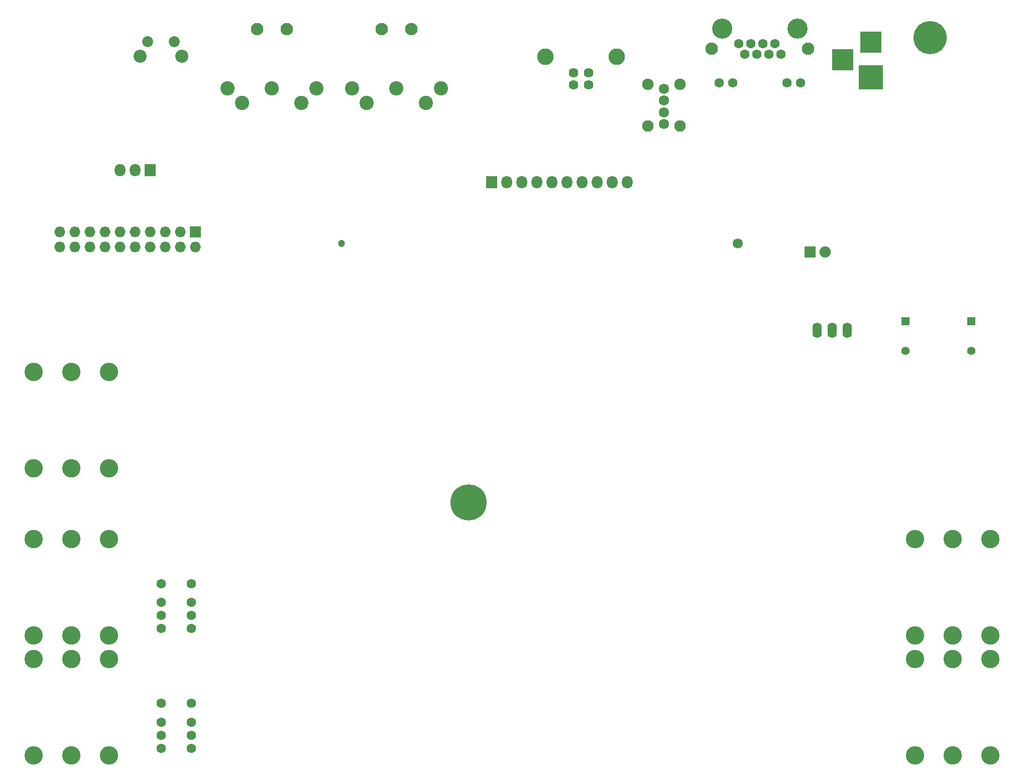
<source format=gbr>
G04 #@! TF.FileFunction,Soldermask,Bot*
%FSLAX46Y46*%
G04 Gerber Fmt 4.6, Leading zero omitted, Abs format (unit mm)*
G04 Created by KiCad (PCBNEW 4.0.1-stable) date Mon 20 Jun 2016 04:44:00 PM CEST*
%MOMM*%
G01*
G04 APERTURE LIST*
%ADD10C,0.100000*%
%ADD11C,2.400000*%
%ADD12C,2.100000*%
%ADD13C,1.700000*%
%ADD14C,1.200000*%
%ADD15R,1.400000X1.400000*%
%ADD16C,1.400000*%
%ADD17C,1.720000*%
%ADD18C,1.950000*%
%ADD19R,1.827200X2.132000*%
%ADD20O,1.827200X2.132000*%
%ADD21C,2.200000*%
%ADD22C,1.850000*%
%ADD23C,1.601140*%
%ADD24C,3.400000*%
%ADD25C,3.100000*%
%ADD26R,4.100000X4.100000*%
%ADD27R,3.600000X3.600000*%
%ADD28C,1.600000*%
%ADD29C,1.624000*%
%ADD30C,2.800020*%
%ADD31R,1.827200X1.827200*%
%ADD32O,1.827200X1.827200*%
%ADD33C,6.100000*%
%ADD34C,5.600000*%
%ADD35O,1.601140X2.599360*%
%ADD36R,1.900000X1.900000*%
%ADD37C,1.900000*%
G04 APERTURE END LIST*
D10*
D11*
X56014740Y-11011540D03*
D12*
X48514740Y1488460D03*
D11*
X58514740Y-8511540D03*
X51014740Y-8511540D03*
X43514740Y-8511540D03*
X46014740Y-11011540D03*
D12*
X53514740Y1488460D03*
D11*
X35010720Y-11011540D03*
D12*
X27510720Y1488460D03*
D11*
X37510720Y-8511540D03*
X30010720Y-8511540D03*
X22510720Y-8511540D03*
X25010720Y-11011540D03*
D12*
X32510720Y1488460D03*
D13*
X108606860Y-34671000D03*
D14*
X41806860Y-34671000D03*
D15*
X136878060Y-47807880D03*
D16*
X136878060Y-52807880D03*
D15*
X147977860Y-47807880D03*
D16*
X147977860Y-52807880D03*
D17*
X96136460Y-8590280D03*
X96136460Y-10590280D03*
X96136460Y-12590280D03*
D18*
X98856460Y-7860280D03*
D17*
X96136460Y-14590280D03*
D18*
X98856460Y-14860280D03*
X93416460Y-7860280D03*
X93416460Y-14860280D03*
D19*
X67053460Y-24384380D03*
D20*
X69593460Y-24384380D03*
X72133460Y-24384380D03*
X74673460Y-24384380D03*
X77213460Y-24384380D03*
X79753460Y-24384380D03*
X82293460Y-24384380D03*
X84833460Y-24384380D03*
X87373460Y-24384380D03*
X89913460Y-24384380D03*
D19*
X9547860Y-22382480D03*
D20*
X7007860Y-22382480D03*
X4467860Y-22382480D03*
D21*
X14865900Y-3154720D03*
D22*
X13605900Y-664720D03*
X9105900Y-664720D03*
D21*
X7855900Y-3154720D03*
D12*
X120418860Y-1859280D03*
D23*
X105432860Y-7574280D03*
X107718860Y-7574280D03*
X116862860Y-7574280D03*
X119148860Y-7574280D03*
X115846860Y-2748280D03*
X113814860Y-2748280D03*
X111782860Y-2748280D03*
X109750860Y-2748280D03*
X112798860Y-970280D03*
X110766860Y-970280D03*
X114830860Y-970280D03*
X108734860Y-970280D03*
D24*
X105940860Y1569720D03*
X118640860Y1569720D03*
D12*
X104162860Y-1859280D03*
D25*
X-3792220Y-56393680D03*
X2557780Y-56393680D03*
X-10142220Y-56393680D03*
X-3792220Y-72623680D03*
X2557780Y-72623680D03*
X-10142220Y-72623680D03*
X144802860Y-100817080D03*
X138452860Y-100817080D03*
X151152860Y-100817080D03*
X144802860Y-84587080D03*
X138452860Y-84587080D03*
X151152860Y-84587080D03*
X144802860Y-121022780D03*
X138452860Y-121022780D03*
X151152860Y-121022780D03*
X144802860Y-104792780D03*
X138452860Y-104792780D03*
X151152860Y-104792780D03*
X-3792220Y-84592760D03*
X2557780Y-84592760D03*
X-10142220Y-84592760D03*
X-3792220Y-100822760D03*
X2557780Y-100822760D03*
X-10142220Y-100822760D03*
X-3792220Y-104790840D03*
X2557780Y-104790840D03*
X-10142220Y-104790840D03*
X-3792220Y-121020840D03*
X2557780Y-121020840D03*
X-10142220Y-121020840D03*
D26*
X131008120Y-6715760D03*
D27*
X131008120Y-713220D03*
X126308120Y-3713220D03*
D28*
X16431260Y-92080080D03*
X11351260Y-92080080D03*
X11351260Y-95280080D03*
X11351260Y-97480080D03*
X11351260Y-99680080D03*
X16431260Y-95280080D03*
X16431260Y-97480080D03*
X16431260Y-99680080D03*
X16431260Y-112273080D03*
X11351260Y-112273080D03*
X11351260Y-115473080D03*
X11351260Y-117673080D03*
X11351260Y-119873080D03*
X16431260Y-115473080D03*
X16431260Y-117673080D03*
X16431260Y-119873080D03*
D29*
X83433920Y-7947660D03*
X80893920Y-7947660D03*
X80893920Y-5948680D03*
X83433920Y-5948680D03*
D30*
X88163400Y-3248660D03*
X76164440Y-3248660D03*
D31*
X17173180Y-32769700D03*
D32*
X17173180Y-35309700D03*
X14633180Y-32769700D03*
X14633180Y-35309700D03*
X12093180Y-32769700D03*
X12093180Y-35309700D03*
X9553180Y-32769700D03*
X9553180Y-35309700D03*
X7013180Y-32769700D03*
X7013180Y-35309700D03*
X4473180Y-32769700D03*
X4473180Y-35309700D03*
X1933180Y-32769700D03*
X1933180Y-35309700D03*
X-606820Y-32769700D03*
X-606820Y-35309700D03*
X-3146820Y-32769700D03*
X-3146820Y-35309700D03*
X-5686820Y-32769700D03*
X-5686820Y-35309700D03*
D33*
X63157100Y-78409800D03*
D34*
X141010640Y-15240D03*
D35*
X124457460Y-49357280D03*
X126997460Y-49357280D03*
X121917460Y-49357280D03*
D36*
X120774460Y-36149280D03*
D37*
X123274460Y-36149280D03*
M02*

</source>
